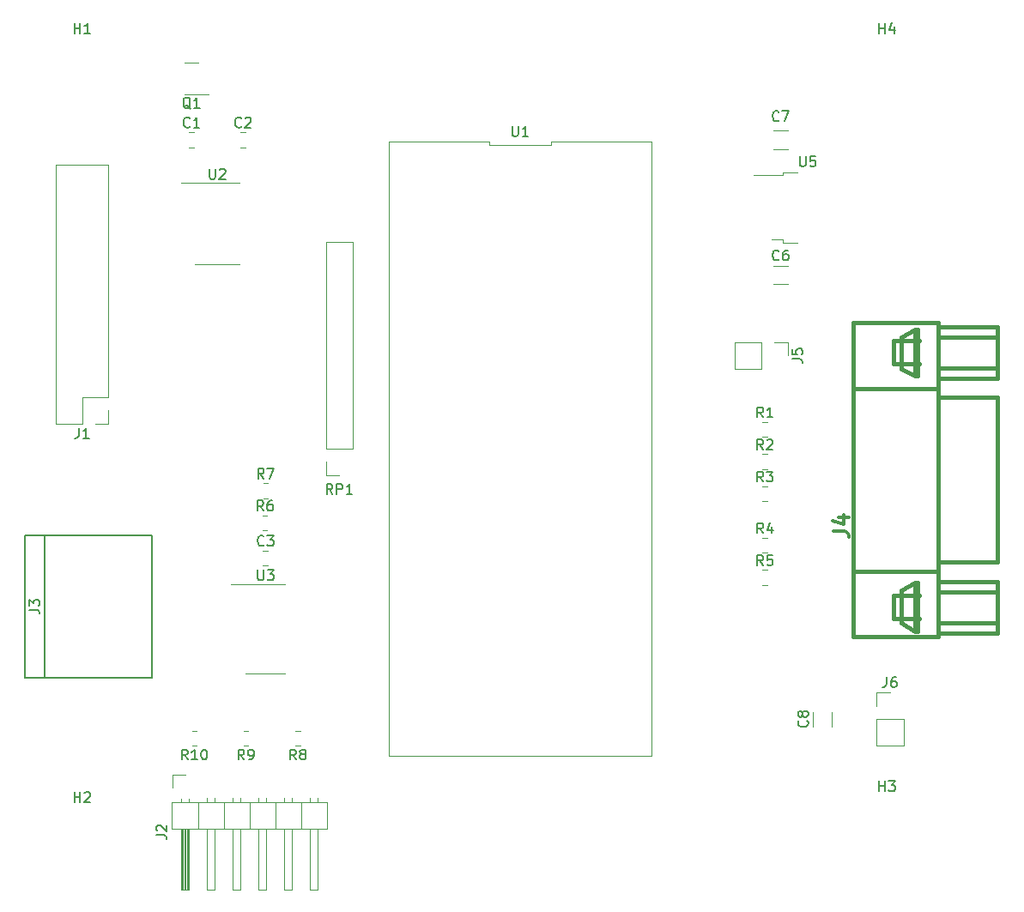
<source format=gbr>
%TF.GenerationSoftware,KiCad,Pcbnew,(6.0.0)*%
%TF.CreationDate,2022-07-26T05:52:08-04:00*%
%TF.ProjectId,TRS-80-M3-KEY,5452532d-3830-42d4-9d33-2d4b45592e6b,rev?*%
%TF.SameCoordinates,Original*%
%TF.FileFunction,Legend,Top*%
%TF.FilePolarity,Positive*%
%FSLAX46Y46*%
G04 Gerber Fmt 4.6, Leading zero omitted, Abs format (unit mm)*
G04 Created by KiCad (PCBNEW (6.0.0)) date 2022-07-26 05:52:08*
%MOMM*%
%LPD*%
G01*
G04 APERTURE LIST*
%ADD10C,0.150000*%
%ADD11C,0.304800*%
%ADD12C,0.120000*%
%ADD13C,0.381000*%
G04 APERTURE END LIST*
D10*
%TO.C,C2*%
X110958333Y-54557142D02*
X110910714Y-54604761D01*
X110767857Y-54652380D01*
X110672619Y-54652380D01*
X110529761Y-54604761D01*
X110434523Y-54509523D01*
X110386904Y-54414285D01*
X110339285Y-54223809D01*
X110339285Y-54080952D01*
X110386904Y-53890476D01*
X110434523Y-53795238D01*
X110529761Y-53700000D01*
X110672619Y-53652380D01*
X110767857Y-53652380D01*
X110910714Y-53700000D01*
X110958333Y-53747619D01*
X111339285Y-53747619D02*
X111386904Y-53700000D01*
X111482142Y-53652380D01*
X111720238Y-53652380D01*
X111815476Y-53700000D01*
X111863095Y-53747619D01*
X111910714Y-53842857D01*
X111910714Y-53938095D01*
X111863095Y-54080952D01*
X111291666Y-54652380D01*
X111910714Y-54652380D01*
%TO.C,C7*%
X163980833Y-53932142D02*
X163933214Y-53979761D01*
X163790357Y-54027380D01*
X163695119Y-54027380D01*
X163552261Y-53979761D01*
X163457023Y-53884523D01*
X163409404Y-53789285D01*
X163361785Y-53598809D01*
X163361785Y-53455952D01*
X163409404Y-53265476D01*
X163457023Y-53170238D01*
X163552261Y-53075000D01*
X163695119Y-53027380D01*
X163790357Y-53027380D01*
X163933214Y-53075000D01*
X163980833Y-53122619D01*
X164314166Y-53027380D02*
X164980833Y-53027380D01*
X164552261Y-54027380D01*
%TO.C,H3*%
X173863095Y-120149880D02*
X173863095Y-119149880D01*
X173863095Y-119626071D02*
X174434523Y-119626071D01*
X174434523Y-120149880D02*
X174434523Y-119149880D01*
X174815476Y-119149880D02*
X175434523Y-119149880D01*
X175101190Y-119530833D01*
X175244047Y-119530833D01*
X175339285Y-119578452D01*
X175386904Y-119626071D01*
X175434523Y-119721309D01*
X175434523Y-119959404D01*
X175386904Y-120054642D01*
X175339285Y-120102261D01*
X175244047Y-120149880D01*
X174958333Y-120149880D01*
X174863095Y-120102261D01*
X174815476Y-120054642D01*
%TO.C,R5*%
X162440833Y-97862380D02*
X162107500Y-97386190D01*
X161869404Y-97862380D02*
X161869404Y-96862380D01*
X162250357Y-96862380D01*
X162345595Y-96910000D01*
X162393214Y-96957619D01*
X162440833Y-97052857D01*
X162440833Y-97195714D01*
X162393214Y-97290952D01*
X162345595Y-97338571D01*
X162250357Y-97386190D01*
X161869404Y-97386190D01*
X163345595Y-96862380D02*
X162869404Y-96862380D01*
X162821785Y-97338571D01*
X162869404Y-97290952D01*
X162964642Y-97243333D01*
X163202738Y-97243333D01*
X163297976Y-97290952D01*
X163345595Y-97338571D01*
X163393214Y-97433809D01*
X163393214Y-97671904D01*
X163345595Y-97767142D01*
X163297976Y-97814761D01*
X163202738Y-97862380D01*
X162964642Y-97862380D01*
X162869404Y-97814761D01*
X162821785Y-97767142D01*
D11*
%TO.C,J4*%
X169345428Y-94488000D02*
X170434000Y-94488000D01*
X170651714Y-94560571D01*
X170796857Y-94705714D01*
X170869428Y-94923428D01*
X170869428Y-95068571D01*
X169853428Y-93109142D02*
X170869428Y-93109142D01*
X169272857Y-93472000D02*
X170361428Y-93834857D01*
X170361428Y-92891428D01*
D10*
%TO.C,J6*%
X174609166Y-108877380D02*
X174609166Y-109591666D01*
X174561547Y-109734523D01*
X174466309Y-109829761D01*
X174323452Y-109877380D01*
X174228214Y-109877380D01*
X175513928Y-108877380D02*
X175323452Y-108877380D01*
X175228214Y-108925000D01*
X175180595Y-108972619D01*
X175085357Y-109115476D01*
X175037738Y-109305952D01*
X175037738Y-109686904D01*
X175085357Y-109782142D01*
X175132976Y-109829761D01*
X175228214Y-109877380D01*
X175418690Y-109877380D01*
X175513928Y-109829761D01*
X175561547Y-109782142D01*
X175609166Y-109686904D01*
X175609166Y-109448809D01*
X175561547Y-109353571D01*
X175513928Y-109305952D01*
X175418690Y-109258333D01*
X175228214Y-109258333D01*
X175132976Y-109305952D01*
X175085357Y-109353571D01*
X175037738Y-109448809D01*
%TO.C,U3*%
X112585595Y-98312380D02*
X112585595Y-99121904D01*
X112633214Y-99217142D01*
X112680833Y-99264761D01*
X112776071Y-99312380D01*
X112966547Y-99312380D01*
X113061785Y-99264761D01*
X113109404Y-99217142D01*
X113157023Y-99121904D01*
X113157023Y-98312380D01*
X113537976Y-98312380D02*
X114157023Y-98312380D01*
X113823690Y-98693333D01*
X113966547Y-98693333D01*
X114061785Y-98740952D01*
X114109404Y-98788571D01*
X114157023Y-98883809D01*
X114157023Y-99121904D01*
X114109404Y-99217142D01*
X114061785Y-99264761D01*
X113966547Y-99312380D01*
X113680833Y-99312380D01*
X113585595Y-99264761D01*
X113537976Y-99217142D01*
%TO.C,U5*%
X166048095Y-57499880D02*
X166048095Y-58309404D01*
X166095714Y-58404642D01*
X166143333Y-58452261D01*
X166238571Y-58499880D01*
X166429047Y-58499880D01*
X166524285Y-58452261D01*
X166571904Y-58404642D01*
X166619523Y-58309404D01*
X166619523Y-57499880D01*
X167571904Y-57499880D02*
X167095714Y-57499880D01*
X167048095Y-57976071D01*
X167095714Y-57928452D01*
X167190952Y-57880833D01*
X167429047Y-57880833D01*
X167524285Y-57928452D01*
X167571904Y-57976071D01*
X167619523Y-58071309D01*
X167619523Y-58309404D01*
X167571904Y-58404642D01*
X167524285Y-58452261D01*
X167429047Y-58499880D01*
X167190952Y-58499880D01*
X167095714Y-58452261D01*
X167048095Y-58404642D01*
%TO.C,J1*%
X94921666Y-84327380D02*
X94921666Y-85041666D01*
X94874047Y-85184523D01*
X94778809Y-85279761D01*
X94635952Y-85327380D01*
X94540714Y-85327380D01*
X95921666Y-85327380D02*
X95350238Y-85327380D01*
X95635952Y-85327380D02*
X95635952Y-84327380D01*
X95540714Y-84470238D01*
X95445476Y-84565476D01*
X95350238Y-84613095D01*
%TO.C,C1*%
X105878333Y-54557142D02*
X105830714Y-54604761D01*
X105687857Y-54652380D01*
X105592619Y-54652380D01*
X105449761Y-54604761D01*
X105354523Y-54509523D01*
X105306904Y-54414285D01*
X105259285Y-54223809D01*
X105259285Y-54080952D01*
X105306904Y-53890476D01*
X105354523Y-53795238D01*
X105449761Y-53700000D01*
X105592619Y-53652380D01*
X105687857Y-53652380D01*
X105830714Y-53700000D01*
X105878333Y-53747619D01*
X106830714Y-54652380D02*
X106259285Y-54652380D01*
X106545000Y-54652380D02*
X106545000Y-53652380D01*
X106449761Y-53795238D01*
X106354523Y-53890476D01*
X106259285Y-53938095D01*
%TO.C,R7*%
X113180833Y-89289880D02*
X112847500Y-88813690D01*
X112609404Y-89289880D02*
X112609404Y-88289880D01*
X112990357Y-88289880D01*
X113085595Y-88337500D01*
X113133214Y-88385119D01*
X113180833Y-88480357D01*
X113180833Y-88623214D01*
X113133214Y-88718452D01*
X113085595Y-88766071D01*
X112990357Y-88813690D01*
X112609404Y-88813690D01*
X113514166Y-88289880D02*
X114180833Y-88289880D01*
X113752261Y-89289880D01*
%TO.C,R3*%
X162440833Y-89607380D02*
X162107500Y-89131190D01*
X161869404Y-89607380D02*
X161869404Y-88607380D01*
X162250357Y-88607380D01*
X162345595Y-88655000D01*
X162393214Y-88702619D01*
X162440833Y-88797857D01*
X162440833Y-88940714D01*
X162393214Y-89035952D01*
X162345595Y-89083571D01*
X162250357Y-89131190D01*
X161869404Y-89131190D01*
X162774166Y-88607380D02*
X163393214Y-88607380D01*
X163059880Y-88988333D01*
X163202738Y-88988333D01*
X163297976Y-89035952D01*
X163345595Y-89083571D01*
X163393214Y-89178809D01*
X163393214Y-89416904D01*
X163345595Y-89512142D01*
X163297976Y-89559761D01*
X163202738Y-89607380D01*
X162917023Y-89607380D01*
X162821785Y-89559761D01*
X162774166Y-89512142D01*
%TO.C,J3*%
X90037380Y-102250833D02*
X90751666Y-102250833D01*
X90894523Y-102298452D01*
X90989761Y-102393690D01*
X91037380Y-102536547D01*
X91037380Y-102631785D01*
X90037380Y-101869880D02*
X90037380Y-101250833D01*
X90418333Y-101584166D01*
X90418333Y-101441309D01*
X90465952Y-101346071D01*
X90513571Y-101298452D01*
X90608809Y-101250833D01*
X90846904Y-101250833D01*
X90942142Y-101298452D01*
X90989761Y-101346071D01*
X91037380Y-101441309D01*
X91037380Y-101727023D01*
X90989761Y-101822261D01*
X90942142Y-101869880D01*
%TO.C,C8*%
X166782142Y-113196666D02*
X166829761Y-113244285D01*
X166877380Y-113387142D01*
X166877380Y-113482380D01*
X166829761Y-113625238D01*
X166734523Y-113720476D01*
X166639285Y-113768095D01*
X166448809Y-113815714D01*
X166305952Y-113815714D01*
X166115476Y-113768095D01*
X166020238Y-113720476D01*
X165925000Y-113625238D01*
X165877380Y-113482380D01*
X165877380Y-113387142D01*
X165925000Y-113244285D01*
X165972619Y-113196666D01*
X166305952Y-112625238D02*
X166258333Y-112720476D01*
X166210714Y-112768095D01*
X166115476Y-112815714D01*
X166067857Y-112815714D01*
X165972619Y-112768095D01*
X165925000Y-112720476D01*
X165877380Y-112625238D01*
X165877380Y-112434761D01*
X165925000Y-112339523D01*
X165972619Y-112291904D01*
X166067857Y-112244285D01*
X166115476Y-112244285D01*
X166210714Y-112291904D01*
X166258333Y-112339523D01*
X166305952Y-112434761D01*
X166305952Y-112625238D01*
X166353571Y-112720476D01*
X166401190Y-112768095D01*
X166496428Y-112815714D01*
X166686904Y-112815714D01*
X166782142Y-112768095D01*
X166829761Y-112720476D01*
X166877380Y-112625238D01*
X166877380Y-112434761D01*
X166829761Y-112339523D01*
X166782142Y-112291904D01*
X166686904Y-112244285D01*
X166496428Y-112244285D01*
X166401190Y-112291904D01*
X166353571Y-112339523D01*
X166305952Y-112434761D01*
%TO.C,RP1*%
X119957933Y-90826980D02*
X119624600Y-90350790D01*
X119386504Y-90826980D02*
X119386504Y-89826980D01*
X119767457Y-89826980D01*
X119862695Y-89874600D01*
X119910314Y-89922219D01*
X119957933Y-90017457D01*
X119957933Y-90160314D01*
X119910314Y-90255552D01*
X119862695Y-90303171D01*
X119767457Y-90350790D01*
X119386504Y-90350790D01*
X120386504Y-90826980D02*
X120386504Y-89826980D01*
X120767457Y-89826980D01*
X120862695Y-89874600D01*
X120910314Y-89922219D01*
X120957933Y-90017457D01*
X120957933Y-90160314D01*
X120910314Y-90255552D01*
X120862695Y-90303171D01*
X120767457Y-90350790D01*
X120386504Y-90350790D01*
X121910314Y-90826980D02*
X121338885Y-90826980D01*
X121624600Y-90826980D02*
X121624600Y-89826980D01*
X121529361Y-89969838D01*
X121434123Y-90065076D01*
X121338885Y-90112695D01*
%TO.C,H1*%
X94488095Y-45347380D02*
X94488095Y-44347380D01*
X94488095Y-44823571D02*
X95059523Y-44823571D01*
X95059523Y-45347380D02*
X95059523Y-44347380D01*
X96059523Y-45347380D02*
X95488095Y-45347380D01*
X95773809Y-45347380D02*
X95773809Y-44347380D01*
X95678571Y-44490238D01*
X95583333Y-44585476D01*
X95488095Y-44633095D01*
%TO.C,R2*%
X162440833Y-86432380D02*
X162107500Y-85956190D01*
X161869404Y-86432380D02*
X161869404Y-85432380D01*
X162250357Y-85432380D01*
X162345595Y-85480000D01*
X162393214Y-85527619D01*
X162440833Y-85622857D01*
X162440833Y-85765714D01*
X162393214Y-85860952D01*
X162345595Y-85908571D01*
X162250357Y-85956190D01*
X161869404Y-85956190D01*
X162821785Y-85527619D02*
X162869404Y-85480000D01*
X162964642Y-85432380D01*
X163202738Y-85432380D01*
X163297976Y-85480000D01*
X163345595Y-85527619D01*
X163393214Y-85622857D01*
X163393214Y-85718095D01*
X163345595Y-85860952D01*
X162774166Y-86432380D01*
X163393214Y-86432380D01*
%TO.C,C6*%
X163980833Y-67667142D02*
X163933214Y-67714761D01*
X163790357Y-67762380D01*
X163695119Y-67762380D01*
X163552261Y-67714761D01*
X163457023Y-67619523D01*
X163409404Y-67524285D01*
X163361785Y-67333809D01*
X163361785Y-67190952D01*
X163409404Y-67000476D01*
X163457023Y-66905238D01*
X163552261Y-66810000D01*
X163695119Y-66762380D01*
X163790357Y-66762380D01*
X163933214Y-66810000D01*
X163980833Y-66857619D01*
X164837976Y-66762380D02*
X164647500Y-66762380D01*
X164552261Y-66810000D01*
X164504642Y-66857619D01*
X164409404Y-67000476D01*
X164361785Y-67190952D01*
X164361785Y-67571904D01*
X164409404Y-67667142D01*
X164457023Y-67714761D01*
X164552261Y-67762380D01*
X164742738Y-67762380D01*
X164837976Y-67714761D01*
X164885595Y-67667142D01*
X164933214Y-67571904D01*
X164933214Y-67333809D01*
X164885595Y-67238571D01*
X164837976Y-67190952D01*
X164742738Y-67143333D01*
X164552261Y-67143333D01*
X164457023Y-67190952D01*
X164409404Y-67238571D01*
X164361785Y-67333809D01*
%TO.C,J2*%
X102592380Y-124485833D02*
X103306666Y-124485833D01*
X103449523Y-124533452D01*
X103544761Y-124628690D01*
X103592380Y-124771547D01*
X103592380Y-124866785D01*
X102687619Y-124057261D02*
X102640000Y-124009642D01*
X102592380Y-123914404D01*
X102592380Y-123676309D01*
X102640000Y-123581071D01*
X102687619Y-123533452D01*
X102782857Y-123485833D01*
X102878095Y-123485833D01*
X103020952Y-123533452D01*
X103592380Y-124104880D01*
X103592380Y-123485833D01*
%TO.C,H2*%
X94488095Y-121229880D02*
X94488095Y-120229880D01*
X94488095Y-120706071D02*
X95059523Y-120706071D01*
X95059523Y-121229880D02*
X95059523Y-120229880D01*
X95488095Y-120325119D02*
X95535714Y-120277500D01*
X95630952Y-120229880D01*
X95869047Y-120229880D01*
X95964285Y-120277500D01*
X96011904Y-120325119D01*
X96059523Y-120420357D01*
X96059523Y-120515595D01*
X96011904Y-120658452D01*
X95440476Y-121229880D01*
X96059523Y-121229880D01*
%TO.C,R9*%
X111228333Y-117037380D02*
X110895000Y-116561190D01*
X110656904Y-117037380D02*
X110656904Y-116037380D01*
X111037857Y-116037380D01*
X111133095Y-116085000D01*
X111180714Y-116132619D01*
X111228333Y-116227857D01*
X111228333Y-116370714D01*
X111180714Y-116465952D01*
X111133095Y-116513571D01*
X111037857Y-116561190D01*
X110656904Y-116561190D01*
X111704523Y-117037380D02*
X111895000Y-117037380D01*
X111990238Y-116989761D01*
X112037857Y-116942142D01*
X112133095Y-116799285D01*
X112180714Y-116608809D01*
X112180714Y-116227857D01*
X112133095Y-116132619D01*
X112085476Y-116085000D01*
X111990238Y-116037380D01*
X111799761Y-116037380D01*
X111704523Y-116085000D01*
X111656904Y-116132619D01*
X111609285Y-116227857D01*
X111609285Y-116465952D01*
X111656904Y-116561190D01*
X111704523Y-116608809D01*
X111799761Y-116656428D01*
X111990238Y-116656428D01*
X112085476Y-116608809D01*
X112133095Y-116561190D01*
X112180714Y-116465952D01*
%TO.C,R1*%
X162440833Y-83257380D02*
X162107500Y-82781190D01*
X161869404Y-83257380D02*
X161869404Y-82257380D01*
X162250357Y-82257380D01*
X162345595Y-82305000D01*
X162393214Y-82352619D01*
X162440833Y-82447857D01*
X162440833Y-82590714D01*
X162393214Y-82685952D01*
X162345595Y-82733571D01*
X162250357Y-82781190D01*
X161869404Y-82781190D01*
X163393214Y-83257380D02*
X162821785Y-83257380D01*
X163107500Y-83257380D02*
X163107500Y-82257380D01*
X163012261Y-82400238D01*
X162917023Y-82495476D01*
X162821785Y-82543095D01*
%TO.C,H4*%
X173863095Y-45347380D02*
X173863095Y-44347380D01*
X173863095Y-44823571D02*
X174434523Y-44823571D01*
X174434523Y-45347380D02*
X174434523Y-44347380D01*
X175339285Y-44680714D02*
X175339285Y-45347380D01*
X175101190Y-44299761D02*
X174863095Y-45014047D01*
X175482142Y-45014047D01*
%TO.C,R4*%
X162440833Y-94687380D02*
X162107500Y-94211190D01*
X161869404Y-94687380D02*
X161869404Y-93687380D01*
X162250357Y-93687380D01*
X162345595Y-93735000D01*
X162393214Y-93782619D01*
X162440833Y-93877857D01*
X162440833Y-94020714D01*
X162393214Y-94115952D01*
X162345595Y-94163571D01*
X162250357Y-94211190D01*
X161869404Y-94211190D01*
X163297976Y-94020714D02*
X163297976Y-94687380D01*
X163059880Y-93639761D02*
X162821785Y-94354047D01*
X163440833Y-94354047D01*
%TO.C,Q1*%
X105949761Y-52795119D02*
X105854523Y-52747500D01*
X105759285Y-52652261D01*
X105616428Y-52509404D01*
X105521190Y-52461785D01*
X105425952Y-52461785D01*
X105473571Y-52699880D02*
X105378333Y-52652261D01*
X105283095Y-52557023D01*
X105235476Y-52366547D01*
X105235476Y-52033214D01*
X105283095Y-51842738D01*
X105378333Y-51747500D01*
X105473571Y-51699880D01*
X105664047Y-51699880D01*
X105759285Y-51747500D01*
X105854523Y-51842738D01*
X105902142Y-52033214D01*
X105902142Y-52366547D01*
X105854523Y-52557023D01*
X105759285Y-52652261D01*
X105664047Y-52699880D01*
X105473571Y-52699880D01*
X106854523Y-52699880D02*
X106283095Y-52699880D01*
X106568809Y-52699880D02*
X106568809Y-51699880D01*
X106473571Y-51842738D01*
X106378333Y-51937976D01*
X106283095Y-51985595D01*
%TO.C,C3*%
X113180833Y-95832142D02*
X113133214Y-95879761D01*
X112990357Y-95927380D01*
X112895119Y-95927380D01*
X112752261Y-95879761D01*
X112657023Y-95784523D01*
X112609404Y-95689285D01*
X112561785Y-95498809D01*
X112561785Y-95355952D01*
X112609404Y-95165476D01*
X112657023Y-95070238D01*
X112752261Y-94975000D01*
X112895119Y-94927380D01*
X112990357Y-94927380D01*
X113133214Y-94975000D01*
X113180833Y-95022619D01*
X113514166Y-94927380D02*
X114133214Y-94927380D01*
X113799880Y-95308333D01*
X113942738Y-95308333D01*
X114037976Y-95355952D01*
X114085595Y-95403571D01*
X114133214Y-95498809D01*
X114133214Y-95736904D01*
X114085595Y-95832142D01*
X114037976Y-95879761D01*
X113942738Y-95927380D01*
X113657023Y-95927380D01*
X113561785Y-95879761D01*
X113514166Y-95832142D01*
%TO.C,J5*%
X165299880Y-77485833D02*
X166014166Y-77485833D01*
X166157023Y-77533452D01*
X166252261Y-77628690D01*
X166299880Y-77771547D01*
X166299880Y-77866785D01*
X165299880Y-76533452D02*
X165299880Y-77009642D01*
X165776071Y-77057261D01*
X165728452Y-77009642D01*
X165680833Y-76914404D01*
X165680833Y-76676309D01*
X165728452Y-76581071D01*
X165776071Y-76533452D01*
X165871309Y-76485833D01*
X166109404Y-76485833D01*
X166204642Y-76533452D01*
X166252261Y-76581071D01*
X166299880Y-76676309D01*
X166299880Y-76914404D01*
X166252261Y-77009642D01*
X166204642Y-77057261D01*
%TO.C,R6*%
X113133333Y-92464880D02*
X112800000Y-91988690D01*
X112561904Y-92464880D02*
X112561904Y-91464880D01*
X112942857Y-91464880D01*
X113038095Y-91512500D01*
X113085714Y-91560119D01*
X113133333Y-91655357D01*
X113133333Y-91798214D01*
X113085714Y-91893452D01*
X113038095Y-91941071D01*
X112942857Y-91988690D01*
X112561904Y-91988690D01*
X113990476Y-91464880D02*
X113800000Y-91464880D01*
X113704761Y-91512500D01*
X113657142Y-91560119D01*
X113561904Y-91702976D01*
X113514285Y-91893452D01*
X113514285Y-92274404D01*
X113561904Y-92369642D01*
X113609523Y-92417261D01*
X113704761Y-92464880D01*
X113895238Y-92464880D01*
X113990476Y-92417261D01*
X114038095Y-92369642D01*
X114085714Y-92274404D01*
X114085714Y-92036309D01*
X114038095Y-91941071D01*
X113990476Y-91893452D01*
X113895238Y-91845833D01*
X113704761Y-91845833D01*
X113609523Y-91893452D01*
X113561904Y-91941071D01*
X113514285Y-92036309D01*
%TO.C,U2*%
X107823095Y-58737380D02*
X107823095Y-59546904D01*
X107870714Y-59642142D01*
X107918333Y-59689761D01*
X108013571Y-59737380D01*
X108204047Y-59737380D01*
X108299285Y-59689761D01*
X108346904Y-59642142D01*
X108394523Y-59546904D01*
X108394523Y-58737380D01*
X108823095Y-58832619D02*
X108870714Y-58785000D01*
X108965952Y-58737380D01*
X109204047Y-58737380D01*
X109299285Y-58785000D01*
X109346904Y-58832619D01*
X109394523Y-58927857D01*
X109394523Y-59023095D01*
X109346904Y-59165952D01*
X108775476Y-59737380D01*
X109394523Y-59737380D01*
%TO.C,R8*%
X116355833Y-117037380D02*
X116022500Y-116561190D01*
X115784404Y-117037380D02*
X115784404Y-116037380D01*
X116165357Y-116037380D01*
X116260595Y-116085000D01*
X116308214Y-116132619D01*
X116355833Y-116227857D01*
X116355833Y-116370714D01*
X116308214Y-116465952D01*
X116260595Y-116513571D01*
X116165357Y-116561190D01*
X115784404Y-116561190D01*
X116927261Y-116465952D02*
X116832023Y-116418333D01*
X116784404Y-116370714D01*
X116736785Y-116275476D01*
X116736785Y-116227857D01*
X116784404Y-116132619D01*
X116832023Y-116085000D01*
X116927261Y-116037380D01*
X117117738Y-116037380D01*
X117212976Y-116085000D01*
X117260595Y-116132619D01*
X117308214Y-116227857D01*
X117308214Y-116275476D01*
X117260595Y-116370714D01*
X117212976Y-116418333D01*
X117117738Y-116465952D01*
X116927261Y-116465952D01*
X116832023Y-116513571D01*
X116784404Y-116561190D01*
X116736785Y-116656428D01*
X116736785Y-116846904D01*
X116784404Y-116942142D01*
X116832023Y-116989761D01*
X116927261Y-117037380D01*
X117117738Y-117037380D01*
X117212976Y-116989761D01*
X117260595Y-116942142D01*
X117308214Y-116846904D01*
X117308214Y-116656428D01*
X117260595Y-116561190D01*
X117212976Y-116513571D01*
X117117738Y-116465952D01*
%TO.C,R10*%
X105672142Y-117037380D02*
X105338809Y-116561190D01*
X105100714Y-117037380D02*
X105100714Y-116037380D01*
X105481666Y-116037380D01*
X105576904Y-116085000D01*
X105624523Y-116132619D01*
X105672142Y-116227857D01*
X105672142Y-116370714D01*
X105624523Y-116465952D01*
X105576904Y-116513571D01*
X105481666Y-116561190D01*
X105100714Y-116561190D01*
X106624523Y-117037380D02*
X106053095Y-117037380D01*
X106338809Y-117037380D02*
X106338809Y-116037380D01*
X106243571Y-116180238D01*
X106148333Y-116275476D01*
X106053095Y-116323095D01*
X107243571Y-116037380D02*
X107338809Y-116037380D01*
X107434047Y-116085000D01*
X107481666Y-116132619D01*
X107529285Y-116227857D01*
X107576904Y-116418333D01*
X107576904Y-116656428D01*
X107529285Y-116846904D01*
X107481666Y-116942142D01*
X107434047Y-116989761D01*
X107338809Y-117037380D01*
X107243571Y-117037380D01*
X107148333Y-116989761D01*
X107100714Y-116942142D01*
X107053095Y-116846904D01*
X107005476Y-116656428D01*
X107005476Y-116418333D01*
X107053095Y-116227857D01*
X107100714Y-116132619D01*
X107148333Y-116085000D01*
X107243571Y-116037380D01*
%TO.C,U1*%
X137688095Y-54502380D02*
X137688095Y-55311904D01*
X137735714Y-55407142D01*
X137783333Y-55454761D01*
X137878571Y-55502380D01*
X138069047Y-55502380D01*
X138164285Y-55454761D01*
X138211904Y-55407142D01*
X138259523Y-55311904D01*
X138259523Y-54502380D01*
X139259523Y-55502380D02*
X138688095Y-55502380D01*
X138973809Y-55502380D02*
X138973809Y-54502380D01*
X138878571Y-54645238D01*
X138783333Y-54740476D01*
X138688095Y-54788095D01*
D12*
%TO.C,C2*%
X110863748Y-55145000D02*
X111386252Y-55145000D01*
X110863748Y-56615000D02*
X111386252Y-56615000D01*
%TO.C,C7*%
X163436248Y-56790000D02*
X164858752Y-56790000D01*
X163436248Y-54970000D02*
X164858752Y-54970000D01*
%TO.C,R5*%
X162380436Y-98325000D02*
X162834564Y-98325000D01*
X162380436Y-99795000D02*
X162834564Y-99795000D01*
D13*
%TO.C,J4*%
X177419000Y-104409240D02*
X177673000Y-104409240D01*
X176022000Y-75326240D02*
X177419000Y-74564240D01*
X179705000Y-97551240D02*
X185547000Y-97551240D01*
X179705000Y-75326240D02*
X185547000Y-75326240D01*
X185547000Y-104536240D02*
X185547000Y-99456240D01*
X179705000Y-100472240D02*
X185547000Y-100472240D01*
X177800000Y-77993240D02*
X175260000Y-77993240D01*
X179705000Y-104917240D02*
X179705000Y-73929240D01*
X177673000Y-74564240D02*
X177419000Y-74564240D01*
X177419000Y-79136240D02*
X177673000Y-79136240D01*
X177673000Y-79136240D02*
X177673000Y-74564240D01*
X176022000Y-103520240D02*
X177419000Y-104409240D01*
X176022000Y-78501240D02*
X176022000Y-75326240D01*
X175260000Y-100853240D02*
X177800000Y-100853240D01*
X177419000Y-74564240D02*
X177419000Y-79136240D01*
X179705000Y-103520240D02*
X185547000Y-103520240D01*
X179705000Y-104536240D02*
X185547000Y-104536240D01*
X177800000Y-103139240D02*
X175260000Y-103139240D01*
X179705000Y-78374240D02*
X185547000Y-78374240D01*
X176022000Y-103520240D02*
X176022000Y-100345240D01*
X175260000Y-75707240D02*
X177800000Y-75707240D01*
X176022000Y-78501240D02*
X177419000Y-79136240D01*
X185547000Y-81295240D02*
X179705000Y-81295240D01*
X171323000Y-73929240D02*
X171323000Y-104917240D01*
X179705000Y-104917240D02*
X171323000Y-104917240D01*
X177419000Y-99583240D02*
X177419000Y-104409240D01*
X185547000Y-74310240D02*
X179832000Y-74310240D01*
X176022000Y-100345240D02*
X177419000Y-99583240D01*
X177673000Y-99583240D02*
X177419000Y-99583240D01*
X175260000Y-103139240D02*
X175260000Y-100853240D01*
X175260000Y-77993240D02*
X175260000Y-75707240D01*
X179705000Y-79390240D02*
X185547000Y-79390240D01*
X177673000Y-104409240D02*
X177673000Y-99583240D01*
X185547000Y-97551240D02*
X185547000Y-81295240D01*
X185547000Y-79390240D02*
X185547000Y-74310240D01*
X171323000Y-98440240D02*
X179679600Y-98440240D01*
X179705000Y-99456240D02*
X185547000Y-99456240D01*
X171323000Y-73929240D02*
X179705000Y-73929240D01*
X179679600Y-80406240D02*
X171323000Y-80406240D01*
D12*
%TO.C,J6*%
X173612500Y-115625000D02*
X176272500Y-115625000D01*
X176272500Y-113025000D02*
X176272500Y-115625000D01*
X173612500Y-110425000D02*
X174942500Y-110425000D01*
X173612500Y-111755000D02*
X173612500Y-110425000D01*
X173612500Y-113025000D02*
X173612500Y-115625000D01*
X173612500Y-113025000D02*
X176272500Y-113025000D01*
%TO.C,U3*%
X113347500Y-99705000D02*
X115297500Y-99705000D01*
X113347500Y-108575000D02*
X115297500Y-108575000D01*
X113347500Y-99705000D02*
X109897500Y-99705000D01*
X113347500Y-108575000D02*
X111397500Y-108575000D01*
%TO.C,U5*%
X165840000Y-59097500D02*
X164340000Y-59097500D01*
X164340000Y-59097500D02*
X164340000Y-59367500D01*
X164340000Y-65727500D02*
X163240000Y-65727500D01*
X165840000Y-65997500D02*
X164340000Y-65997500D01*
X164340000Y-59367500D02*
X161510000Y-59367500D01*
X164340000Y-65997500D02*
X164340000Y-65727500D01*
%TO.C,J1*%
X97855000Y-81275000D02*
X95255000Y-81275000D01*
X97855000Y-81275000D02*
X97855000Y-58355000D01*
X97855000Y-82545000D02*
X97855000Y-83875000D01*
X97855000Y-58355000D02*
X92655000Y-58355000D01*
X97855000Y-83875000D02*
X96525000Y-83875000D01*
X92655000Y-83875000D02*
X92655000Y-58355000D01*
X95255000Y-81275000D02*
X95255000Y-83875000D01*
X95255000Y-83875000D02*
X92655000Y-83875000D01*
%TO.C,C1*%
X105783748Y-56615000D02*
X106306252Y-56615000D01*
X105783748Y-55145000D02*
X106306252Y-55145000D01*
%TO.C,R7*%
X113120436Y-89752500D02*
X113574564Y-89752500D01*
X113120436Y-91222500D02*
X113574564Y-91222500D01*
%TO.C,R3*%
X162380436Y-91540000D02*
X162834564Y-91540000D01*
X162380436Y-90070000D02*
X162834564Y-90070000D01*
D10*
%TO.C,J3*%
X89635000Y-108917500D02*
X102135000Y-108917500D01*
X91535000Y-108917500D02*
X91535000Y-94917500D01*
X102135000Y-108917500D02*
X102135000Y-94917500D01*
X89635000Y-94917500D02*
X89635000Y-108917500D01*
X102135000Y-94917500D02*
X89635000Y-94917500D01*
D12*
%TO.C,C8*%
X167365000Y-113741252D02*
X167365000Y-112318748D01*
X169185000Y-113741252D02*
X169185000Y-112318748D01*
%TO.C,RP1*%
X121954600Y-86334600D02*
X119294600Y-86334600D01*
X120624600Y-88934600D02*
X119294600Y-88934600D01*
X119294600Y-86334600D02*
X119294600Y-65954600D01*
X121954600Y-65954600D02*
X119294600Y-65954600D01*
X119294600Y-88934600D02*
X119294600Y-87604600D01*
X121954600Y-86334600D02*
X121954600Y-65954600D01*
%TO.C,R2*%
X162380436Y-88365000D02*
X162834564Y-88365000D01*
X162380436Y-86895000D02*
X162834564Y-86895000D01*
%TO.C,C6*%
X163436248Y-70125000D02*
X164858752Y-70125000D01*
X163436248Y-68305000D02*
X164858752Y-68305000D01*
%TO.C,J2*%
X105570000Y-123867500D02*
X105570000Y-129867500D01*
X105450000Y-123867500D02*
X105450000Y-129867500D01*
X118490000Y-129867500D02*
X118490000Y-123867500D01*
X104080000Y-121207500D02*
X119440000Y-121207500D01*
X113410000Y-129867500D02*
X113410000Y-123867500D01*
X115950000Y-129867500D02*
X115950000Y-123867500D01*
X119440000Y-121207500D02*
X119440000Y-123867500D01*
X112650000Y-120810429D02*
X112650000Y-121207500D01*
X118490000Y-120810429D02*
X118490000Y-121207500D01*
X104080000Y-123867500D02*
X104080000Y-121207500D01*
X105030000Y-123867500D02*
X105030000Y-129867500D01*
X106680000Y-121207500D02*
X106680000Y-123867500D01*
X119440000Y-123867500D02*
X104080000Y-123867500D01*
X110870000Y-129867500D02*
X110870000Y-123867500D01*
X115190000Y-120810429D02*
X115190000Y-121207500D01*
X111760000Y-121207500D02*
X111760000Y-123867500D01*
X115950000Y-120810429D02*
X115950000Y-121207500D01*
X105690000Y-123867500D02*
X105690000Y-129867500D01*
X105410000Y-118497500D02*
X104140000Y-118497500D01*
X114300000Y-121207500D02*
X114300000Y-123867500D01*
X105790000Y-120877500D02*
X105790000Y-121207500D01*
X107570000Y-123867500D02*
X107570000Y-129867500D01*
X110110000Y-129867500D02*
X110870000Y-129867500D01*
X105030000Y-120877500D02*
X105030000Y-121207500D01*
X110110000Y-123867500D02*
X110110000Y-129867500D01*
X109220000Y-121207500D02*
X109220000Y-123867500D01*
X105790000Y-129867500D02*
X105790000Y-123867500D01*
X107570000Y-120810429D02*
X107570000Y-121207500D01*
X104140000Y-118497500D02*
X104140000Y-119767500D01*
X112650000Y-129867500D02*
X113410000Y-129867500D01*
X117730000Y-120810429D02*
X117730000Y-121207500D01*
X110110000Y-120810429D02*
X110110000Y-121207500D01*
X117730000Y-129867500D02*
X118490000Y-129867500D01*
X108330000Y-129867500D02*
X108330000Y-123867500D01*
X117730000Y-123867500D02*
X117730000Y-129867500D01*
X105330000Y-123867500D02*
X105330000Y-129867500D01*
X105210000Y-123867500D02*
X105210000Y-129867500D01*
X105090000Y-123867500D02*
X105090000Y-129867500D01*
X116840000Y-121207500D02*
X116840000Y-123867500D01*
X115190000Y-123867500D02*
X115190000Y-129867500D01*
X108330000Y-120810429D02*
X108330000Y-121207500D01*
X110870000Y-120810429D02*
X110870000Y-121207500D01*
X107570000Y-129867500D02*
X108330000Y-129867500D01*
X105030000Y-129867500D02*
X105790000Y-129867500D01*
X113410000Y-120810429D02*
X113410000Y-121207500D01*
X115190000Y-129867500D02*
X115950000Y-129867500D01*
X112650000Y-123867500D02*
X112650000Y-129867500D01*
%TO.C,R9*%
X111622064Y-114200000D02*
X111167936Y-114200000D01*
X111622064Y-115670000D02*
X111167936Y-115670000D01*
%TO.C,R1*%
X162380436Y-83720000D02*
X162834564Y-83720000D01*
X162380436Y-85190000D02*
X162834564Y-85190000D01*
%TO.C,R4*%
X162380436Y-95150000D02*
X162834564Y-95150000D01*
X162380436Y-96620000D02*
X162834564Y-96620000D01*
%TO.C,Q1*%
X106045000Y-48287500D02*
X106695000Y-48287500D01*
X106045000Y-51407500D02*
X107720000Y-51407500D01*
X106045000Y-51407500D02*
X105395000Y-51407500D01*
X106045000Y-48287500D02*
X105395000Y-48287500D01*
%TO.C,C3*%
X113086248Y-97890000D02*
X113608752Y-97890000D01*
X113086248Y-96420000D02*
X113608752Y-96420000D01*
%TO.C,J5*%
X162247500Y-78482500D02*
X159647500Y-78482500D01*
X162247500Y-75822500D02*
X159647500Y-75822500D01*
X159647500Y-75822500D02*
X159647500Y-78482500D01*
X162247500Y-75822500D02*
X162247500Y-78482500D01*
X164847500Y-75822500D02*
X164847500Y-77152500D01*
X163517500Y-75822500D02*
X164847500Y-75822500D01*
%TO.C,R6*%
X113072936Y-92927500D02*
X113527064Y-92927500D01*
X113072936Y-94397500D02*
X113527064Y-94397500D01*
%TO.C,U2*%
X108585000Y-68170000D02*
X106385000Y-68170000D01*
X108585000Y-68170000D02*
X110785000Y-68170000D01*
X108585000Y-60100000D02*
X110785000Y-60100000D01*
X108585000Y-60100000D02*
X104985000Y-60100000D01*
%TO.C,R8*%
X116749564Y-114200000D02*
X116295436Y-114200000D01*
X116749564Y-115670000D02*
X116295436Y-115670000D01*
%TO.C,R10*%
X106542064Y-114200000D02*
X106087936Y-114200000D01*
X106542064Y-115670000D02*
X106087936Y-115670000D01*
%TO.C,U1*%
X125500000Y-56050000D02*
X125500000Y-116670000D01*
X151400000Y-56050000D02*
X141490000Y-56050000D01*
X125500000Y-116670000D02*
X151400000Y-116670000D01*
X151400000Y-116670000D02*
X151400000Y-56050000D01*
X135410001Y-56410000D02*
X135410001Y-56050000D01*
X141490000Y-56410000D02*
X135410001Y-56410000D01*
X135410001Y-56050000D02*
X125500000Y-56050000D01*
X141490000Y-56050000D02*
X141490000Y-56410000D01*
%TD*%
M02*

</source>
